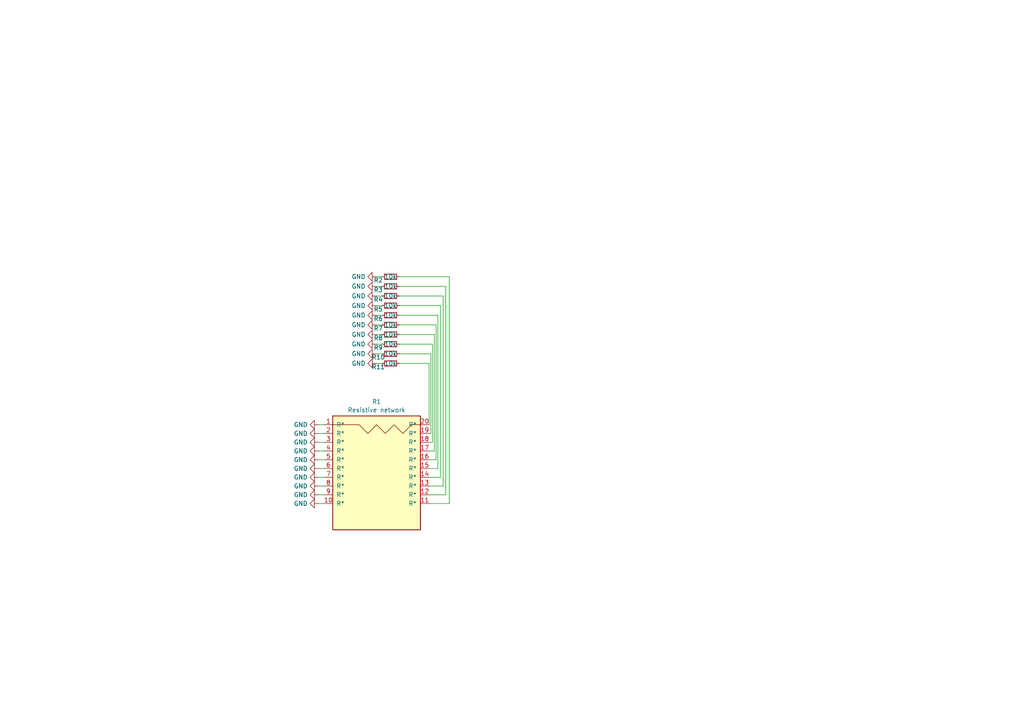
<source format=kicad_sch>
(kicad_sch (version 20230121) (generator eeschema)
  (paper "A4")
  (lib_symbols
    (symbol "Device:R_Small" (pin_numbers hide) (pin_names (offset 0.254) hide)
      (property "Reference" "R" (at 0.762 0.508 0))
      (property "Value" "R_Small" (at 0.762 -1.016 0))
      (symbol "R_Small_0_1"
        (rectangle (start -0.762 1.778) (end 0.762 -1.778) (stroke (width 0.2032)))
      )
      (symbol "R_Small_1_1"
        (pin passive line (at 0 2.54 270) (length 0.762) (name "~") (number "1"))
        (pin passive line (at 0 -2.54 90) (length 0.762) (name "~") (number "2"))
      )
    )
    (symbol "Interface_UART:ADM2587E" (pin_names (offset 1.016))
      (property "Reference" "R1" (at 0 21.9243 0))
      (property "Value" "Resistive network" (at 0 19.5001 0))
      (symbol "ADM2587E_0_1"
        (rectangle (start -12.7 17.78) (end 12.7 -15.24) (stroke (width 0.254)) (fill (type background)))
        (polyline (pts (xy -12.7 15.24) (xy -5.08 15.24)))
        (polyline (pts (xy -5.08 15.24) (xy -2.54 12.7)))
        (polyline (pts (xy -2.54 12.7) (xy 0 15.24) (xy 2.54 12.7) (xy 5.08 15.24) (xy 7.62 12.7) (xy 10.16 15.24) (xy 12.7 15.24)))
      )
      (symbol "ADM2587E_1_1"
        (pin passive line (at -15.24 15.24 0) (length 2.54) (name "R*") (number "1"))
        (pin passive line (at -15.24 -7.62 0) (length 2.54) (name "R*") (number "10"))
        (pin passive line (at 15.24 -7.62 180) (length 2.54) (name "R*") (number "11"))
        (pin passive line (at 15.24 -5.08 180) (length 2.54) (name "R*") (number "12"))
        (pin passive line (at 15.24 -2.54 180) (length 2.54) (name "R*") (number "13"))
        (pin passive line (at 15.24 0 180) (length 2.54) (name "R*") (number "14"))
        (pin passive line (at 15.24 2.54 180) (length 2.54) (name "R*") (number "15"))
        (pin passive line (at 15.24 5.08 180) (length 2.54) (name "R*") (number "16"))
        (pin passive line (at 15.24 7.62 180) (length 2.54) (name "R*") (number "17"))
        (pin passive line (at 15.24 10.16 180) (length 2.54) (name "R*") (number "18"))
        (pin passive line (at 15.24 12.7 180) (length 2.54) (name "R*") (number "19"))
        (pin passive line (at -15.24 12.7 0) (length 2.54) (name "R*") (number "2"))
        (pin passive line (at 15.24 15.24 180) (length 2.54) (name "R*") (number "20"))
        (pin passive line (at -15.24 10.16 0) (length 2.54) (name "R*") (number "3"))
        (pin passive line (at -15.24 7.62 0) (length 2.54) (name "R*") (number "4"))
        (pin passive line (at -15.24 5.08 0) (length 2.54) (name "R*") (number "5"))
        (pin passive line (at -15.24 2.54 0) (length 2.54) (name "R*") (number "6"))
        (pin passive line (at -15.24 0 0) (length 2.54) (name "R*") (number "7"))
        (pin passive line (at -15.24 -2.54 0) (length 2.54) (name "R*") (number "8"))
        (pin passive line (at -15.24 -5.08 0) (length 2.54) (name "R*") (number "9"))
      )
    )
    (symbol "power:GND" (power) (pin_names (offset 0))
      (property "Value" "GND" (at 0 -3.81 0))
      (symbol "GND_0_1"
        (polyline (pts (xy 0 0) (xy 0 -1.27) (xy 1.27 -1.27) (xy 0 -2.54) (xy -1.27 -1.27) (xy 0 -1.27)))
      )
      (symbol "GND_1_1"
        (pin power_in line (at 0 0 270) (length 0) hide (name "GND") (number "1"))
      )
    )
  )
  (wire (pts (xy 124.968 125.73) (xy 124.968 102.616)))
  (wire (pts (xy 92.456 133.35) (xy 93.98 133.35)))
  (wire (pts (xy 109.22 105.41) (xy 110.744 105.41)))
  (wire (pts (xy 125.984 97.028) (xy 115.824 97.028)))
  (wire (pts (xy 124.46 130.81) (xy 125.984 130.81)))
  (wire (pts (xy 109.22 80.264) (xy 110.744 80.264)))
  (wire (pts (xy 109.22 85.852) (xy 110.744 85.852)))
  (wire (pts (xy 92.456 143.51) (xy 93.98 143.51)))
  (wire (pts (xy 124.46 146.05) (xy 130.302 146.05)))
  (wire (pts (xy 109.22 88.646) (xy 110.744 88.646)))
  (wire (pts (xy 129.286 83.058) (xy 115.824 83.058)))
  (wire (pts (xy 126.492 94.234) (xy 115.824 94.234)))
  (wire (pts (xy 124.46 135.89) (xy 127 135.89)))
  (wire (pts (xy 128.524 140.97) (xy 128.524 85.852)))
  (wire (pts (xy 127 91.44) (xy 115.824 91.44)))
  (wire (pts (xy 130.302 146.05) (xy 130.302 80.264)))
  (wire (pts (xy 124.46 133.35) (xy 126.492 133.35)))
  (wire (pts (xy 125.984 130.81) (xy 125.984 97.028)))
  (wire (pts (xy 92.456 146.05) (xy 93.98 146.05)))
  (wire (pts (xy 127 135.89) (xy 127 91.44)))
  (wire (pts (xy 124.968 102.616) (xy 115.824 102.616)))
  (wire (pts (xy 124.46 123.19) (xy 124.46 105.41)))
  (wire (pts (xy 124.46 128.27) (xy 125.476 128.27)))
  (wire (pts (xy 124.46 138.43) (xy 127.762 138.43)))
  (wire (pts (xy 92.456 125.73) (xy 93.98 125.73)))
  (wire (pts (xy 115.824 88.646) (xy 127.762 88.646)))
  (wire (pts (xy 109.22 91.44) (xy 110.744 91.44)))
  (wire (pts (xy 109.22 83.058) (xy 110.744 83.058)))
  (wire (pts (xy 125.476 128.27) (xy 125.476 99.822)))
  (wire (pts (xy 92.456 135.89) (xy 93.98 135.89)))
  (wire (pts (xy 126.492 133.35) (xy 126.492 94.234)))
  (wire (pts (xy 128.524 85.852) (xy 115.824 85.852)))
  (wire (pts (xy 129.286 143.51) (xy 129.286 83.058)))
  (wire (pts (xy 125.476 99.822) (xy 115.824 99.822)))
  (wire (pts (xy 92.456 123.19) (xy 93.98 123.19)))
  (wire (pts (xy 127.762 138.43) (xy 127.762 88.646)))
  (wire (pts (xy 124.46 105.41) (xy 115.824 105.41)))
  (wire (pts (xy 109.22 99.822) (xy 110.744 99.822)))
  (wire (pts (xy 124.46 143.51) (xy 129.286 143.51)))
  (wire (pts (xy 109.22 94.234) (xy 110.744 94.234)))
  (wire (pts (xy 130.302 80.264) (xy 115.824 80.264)))
  (wire (pts (xy 124.46 140.97) (xy 128.524 140.97)))
  (wire (pts (xy 124.46 125.73) (xy 124.968 125.73)))
  (wire (pts (xy 92.456 130.81) (xy 93.98 130.81)))
  (wire (pts (xy 92.456 138.43) (xy 93.98 138.43)))
  (wire (pts (xy 109.22 102.616) (xy 110.744 102.616)))
  (wire (pts (xy 92.456 128.27) (xy 93.98 128.27)))
  (wire (pts (xy 109.22 97.028) (xy 110.744 97.028)))
  (wire (pts (xy 92.456 140.97) (xy 93.98 140.97)))
  (symbol (lib_id "Device:R_Small") (at 113.284 88.646 90) (unit 1)
    (property "Reference" "R5" (at 109.728 89.662 90))
    (property "Value" "10k" (at 113.284 88.646 90))
    (property "Footprint" "Resistor_SMD:R_0603_1608Metric_Pad0.98x0.95mm_HandSolder" (effects hide))
  )
  (symbol (lib_id "power:GND") (at 109.22 88.646 270) (unit 1)
    (property "Reference" "#PWR014" (effects hide))
    (property "Value" "GND" (at 106.0451 88.646 90) (effects (justify right)))
  )
  (symbol (lib_id "power:GND") (at 109.22 105.41 270) (unit 1)
    (property "Reference" "#PWR020" (effects hide))
    (property "Value" "GND" (at 106.0451 105.41 90) (effects (justify right)))
  )
  (symbol (lib_id "power:GND") (at 109.22 83.058 270) (unit 1)
    (property "Reference" "#PWR012" (effects hide))
    (property "Value" "GND" (at 106.0451 83.058 90) (effects (justify right)))
  )
  (symbol (lib_id "power:GND") (at 92.456 125.73 270) (unit 1)
    (property "Reference" "#PWR02" (effects hide))
    (property "Value" "GND" (at 89.2811 125.73 90) (effects (justify right)))
  )
  (symbol (lib_id "power:GND") (at 92.456 130.81 270) (unit 1)
    (property "Reference" "#PWR04" (effects hide))
    (property "Value" "GND" (at 89.2811 130.81 90) (effects (justify right)))
  )
  (symbol (lib_id "Device:R_Small") (at 113.284 83.058 90) (unit 1)
    (property "Reference" "R3" (at 109.728 84.074 90))
    (property "Value" "10k" (at 113.284 83.058 90))
    (property "Footprint" "Resistor_SMD:R_0603_1608Metric_Pad0.98x0.95mm_HandSolder" (effects hide))
  )
  (symbol (lib_id "power:GND") (at 92.456 140.97 270) (unit 1)
    (property "Reference" "#PWR08" (effects hide))
    (property "Value" "GND" (at 89.2811 140.97 90) (effects (justify right)))
  )
  (symbol (lib_id "power:GND") (at 92.456 143.51 270) (unit 1)
    (property "Reference" "#PWR09" (effects hide))
    (property "Value" "GND" (at 89.2811 143.51 90) (effects (justify right)))
  )
  (symbol (lib_id "power:GND") (at 109.22 91.44 270) (unit 1)
    (property "Reference" "#PWR015" (effects hide))
    (property "Value" "GND" (at 106.0451 91.44 90) (effects (justify right)))
  )
  (symbol (lib_id "Device:R_Small") (at 113.284 80.264 90) (unit 1)
    (property "Reference" "R2" (at 109.728 81.28 90))
    (property "Value" "10k" (at 113.284 80.264 90))
    (property "Footprint" "Resistor_SMD:R_0603_1608Metric_Pad0.98x0.95mm_HandSolder" (effects hide))
  )
  (symbol (lib_id "Device:R_Small") (at 113.284 102.616 90) (unit 1)
    (property "Reference" "R10" (at 109.728 103.632 90))
    (property "Value" "10k" (at 113.284 102.616 90))
    (property "Footprint" "Resistor_SMD:R_0603_1608Metric_Pad0.98x0.95mm_HandSolder" (effects hide))
  )
  (symbol (lib_id "power:GND") (at 92.456 123.19 270) (unit 1)
    (property "Reference" "#PWR01" (effects hide))
    (property "Value" "GND" (at 89.2811 123.19 90) (effects (justify right)))
  )
  (symbol (lib_id "power:GND") (at 109.22 97.028 270) (unit 1)
    (property "Reference" "#PWR017" (effects hide))
    (property "Value" "GND" (at 106.0451 97.028 90) (effects (justify right)))
  )
  (symbol (lib_id "Device:R_Small") (at 113.284 105.41 90) (unit 1)
    (property "Reference" "R11" (at 109.728 106.426 90))
    (property "Value" "10k" (at 113.284 105.41 90))
    (property "Footprint" "Resistor_SMD:R_0603_1608Metric_Pad0.98x0.95mm_HandSolder" (effects hide))
  )
  (symbol (lib_id "Device:R_Small") (at 113.284 97.028 90) (unit 1)
    (property "Reference" "R8" (at 109.728 98.044 90))
    (property "Value" "10k" (at 113.284 97.028 90))
    (property "Footprint" "Resistor_SMD:R_0603_1608Metric_Pad0.98x0.95mm_HandSolder" (effects hide))
  )
  (symbol (lib_id "Device:R_Small") (at 113.284 94.234 90) (unit 1)
    (property "Reference" "R7" (at 109.728 95.25 90))
    (property "Value" "10k" (at 113.284 94.234 90))
    (property "Footprint" "Resistor_SMD:R_0603_1608Metric_Pad0.98x0.95mm_HandSolder" (effects hide))
  )
  (symbol (lib_id "power:GND") (at 109.22 85.852 270) (unit 1)
    (property "Reference" "#PWR013" (effects hide))
    (property "Value" "GND" (at 106.0451 85.852 90) (effects (justify right)))
  )
  (symbol (lib_id "power:GND") (at 92.456 128.27 270) (unit 1)
    (property "Reference" "#PWR03" (effects hide))
    (property "Value" "GND" (at 89.2811 128.27 90) (effects (justify right)))
  )
  (symbol (lib_id "Interface_UART:ADM2587E") (at 109.22 138.43 0) (unit 1)
    (property "Reference" "R1" (at 109.22 116.5057 0))
    (property "Value" "Resistive network" (at 109.22 118.9299 0))
  )
  (symbol (lib_id "power:GND") (at 109.22 80.264 270) (unit 1)
    (property "Reference" "#PWR011" (effects hide))
    (property "Value" "GND" (at 106.0451 80.264 90) (effects (justify right)))
  )
  (symbol (lib_id "power:GND") (at 92.456 135.89 270) (unit 1)
    (property "Reference" "#PWR06" (effects hide))
    (property "Value" "GND" (at 89.2811 135.89 90) (effects (justify right)))
  )
  (symbol (lib_id "Device:R_Small") (at 113.284 91.44 90) (unit 1)
    (property "Reference" "R6" (at 109.728 92.456 90))
    (property "Value" "10k" (at 113.284 91.44 90))
    (property "Footprint" "Resistor_SMD:R_0603_1608Metric_Pad0.98x0.95mm_HandSolder" (effects hide))
  )
  (symbol (lib_id "Device:R_Small") (at 113.284 85.852 90) (unit 1)
    (property "Reference" "R4" (at 109.728 86.868 90))
    (property "Value" "10k" (at 113.284 85.852 90))
    (property "Footprint" "Resistor_SMD:R_0603_1608Metric_Pad0.98x0.95mm_HandSolder" (effects hide))
  )
  (symbol (lib_id "power:GND") (at 92.456 146.05 270) (unit 1)
    (property "Reference" "#PWR010" (effects hide))
    (property "Value" "GND" (at 89.2811 146.05 90) (effects (justify right)))
  )
  (symbol (lib_id "power:GND") (at 92.456 133.35 270) (unit 1)
    (property "Reference" "#PWR05" (effects hide))
    (property "Value" "GND" (at 89.2811 133.35 90) (effects (justify right)))
  )
  (symbol (lib_id "power:GND") (at 109.22 99.822 270) (unit 1)
    (property "Reference" "#PWR018" (effects hide))
    (property "Value" "GND" (at 106.0451 99.822 90) (effects (justify right)))
  )
  (symbol (lib_id "power:GND") (at 109.22 102.616 270) (unit 1)
    (property "Reference" "#PWR019" (effects hide))
    (property "Value" "GND" (at 106.0451 102.616 90) (effects (justify right)))
  )
  (symbol (lib_id "Device:R_Small") (at 113.284 99.822 90) (unit 1)
    (property "Reference" "R9" (at 109.728 100.838 90))
    (property "Value" "10k" (at 113.284 99.822 90))
    (property "Footprint" "Resistor_SMD:R_0603_1608Metric_Pad0.98x0.95mm_HandSolder" (effects hide))
  )
  (symbol (lib_id "power:GND") (at 92.456 138.43 270) (unit 1)
    (property "Reference" "#PWR07" (effects hide))
    (property "Value" "GND" (at 89.2811 138.43 90) (effects (justify right)))
  )
  (symbol (lib_id "power:GND") (at 109.22 94.234 270) (unit 1)
    (property "Reference" "#PWR016" (effects hide))
    (property "Value" "GND" (at 106.0451 94.234 90) (effects (justify right)))
  )
)
</source>
